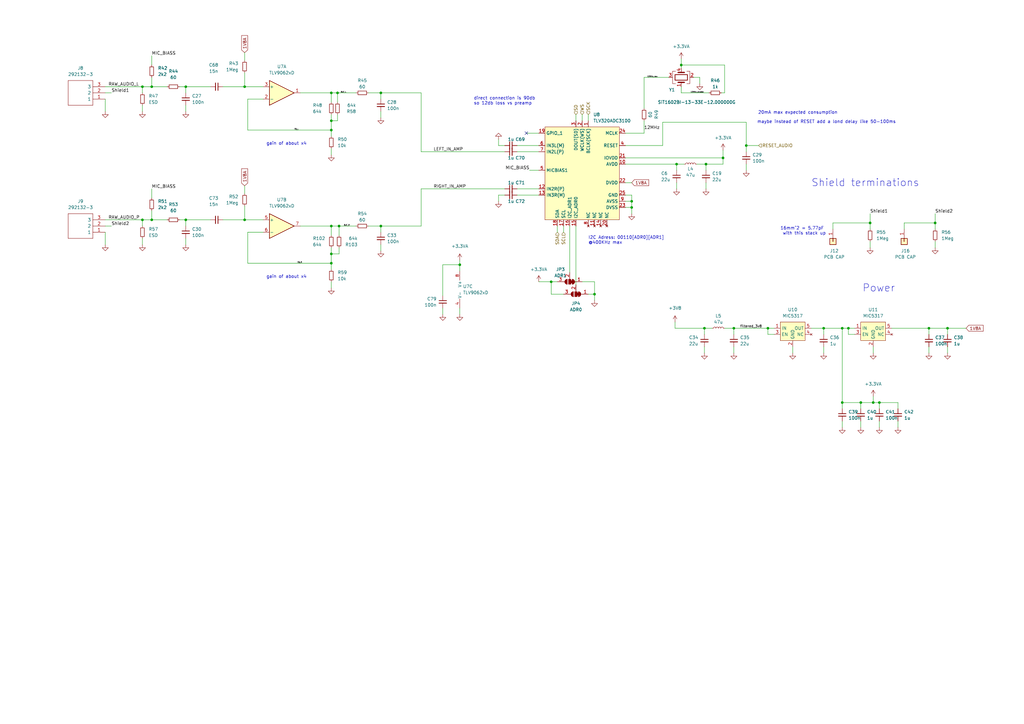
<source format=kicad_sch>
(kicad_sch (version 20211123) (generator eeschema)
  (paper "A3")
  (title_block (title "Bird Detection and Recognition System") (rev "V0.1"))
  (lib_symbols
    (symbol "Amplifier_Operational:TLV9062xD" (pin_names (offset 0.127))
      (property "Reference" "U" (at 2.54 6.35 0))
      (property "Value" "TLV9062xD" (at 2.54 3.81 0))
      (symbol "TLV9062xD_1_1"
        (polyline (pts (xy 5.08 0) (xy -5.08 5.08) (xy -5.08 -5.08) (xy 5.08 0)) (stroke (width 0.254)) (fill (type background)))
        (pin output line (at 7.62 0 180) (length 2.54) (name "~") (number "1"))
        (pin input line (at -7.62 -2.54 0) (length 2.54) (name "-") (number "2"))
        (pin input line (at -7.62 2.54 0) (length 2.54) (name "+") (number "3"))
      )
      (symbol "TLV9062xD_2_1"
        (polyline (pts (xy 5.08 0) (xy -5.08 5.08) (xy -5.08 -5.08) (xy 5.08 0)) (stroke (width 0.254)) (fill (type background)))
        (pin input line (at -7.62 2.54 0) (length 2.54) (name "+") (number "5"))
        (pin input line (at -7.62 -2.54 0) (length 2.54) (name "-") (number "6"))
        (pin output line (at 7.62 0 180) (length 2.54) (name "~") (number "7"))
      )
      (symbol "TLV9062xD_3_1"
        (pin power_in line (at 0 -7.62 90) (length 3.81) (name "V-") (number "4"))
        (pin power_in line (at 0 7.62 270) (length 3.81) (name "V+") (number "8"))
      )
    )
    (symbol "Connector_Generic:Conn_01x01" (pin_names (offset 1.016) hide)
      (property "Reference" "J" (at 0 2.54 0))
      (property "Value" "Conn_01x01" (at 0 -2.54 0))
      (symbol "Conn_01x01_1_1"
        (rectangle (start -1.27 0.127) (end 0 -0.127) (stroke (width 0.1524)))
        (rectangle (start -1.27 1.27) (end 1.27 -1.27) (stroke (width 0.254)) (fill (type background)))
        (pin passive line (at -5.08 0 0) (length 3.81) (name "Pin_1") (number "1"))
      )
    )
    (symbol "Device:C_Small" (pin_numbers hide) (pin_names (offset 0.254) hide)
      (property "Reference" "C" (at 0.254 1.778 0))
      (property "Value" "C_Small" (at 0.254 -2.032 0))
      (symbol "C_Small_0_1"
        (polyline (pts (xy -1.524 -0.508) (xy 1.524 -0.508)) (stroke (width 0.3302)))
        (polyline (pts (xy -1.524 0.508) (xy 1.524 0.508)) (stroke (width 0.3048)))
      )
      (symbol "C_Small_1_1"
        (pin passive line (at 0 2.54 270) (length 2.032) (name "~") (number "1"))
        (pin passive line (at 0 -2.54 90) (length 2.032) (name "~") (number "2"))
      )
    )
    (symbol "Device:Crystal_GND23" (pin_names (offset 1.016) hide)
      (property "Reference" "Y" (at 3.175 5.08 0))
      (property "Value" "Crystal_GND23" (at 3.175 3.175 0))
      (symbol "Crystal_GND23_0_1"
        (rectangle (start -1.143 2.54) (end 1.143 -2.54) (stroke (width 0.3048)))
        (polyline (pts (xy -2.54 0) (xy -2.032 0)))
        (polyline (pts (xy -2.032 -1.27) (xy -2.032 1.27)) (stroke (width 0.508)))
        (polyline (pts (xy 0 -3.81) (xy 0 -3.556)))
        (polyline (pts (xy 0 3.556) (xy 0 3.81)))
        (polyline (pts (xy 2.032 -1.27) (xy 2.032 1.27)) (stroke (width 0.508)))
        (polyline (pts (xy 2.032 0) (xy 2.54 0)))
        (polyline (pts (xy -2.54 -2.286) (xy -2.54 -3.556) (xy 2.54 -3.556) (xy 2.54 -2.286)))
        (polyline (pts (xy -2.54 2.286) (xy -2.54 3.556) (xy 2.54 3.556) (xy 2.54 2.286)))
      )
      (symbol "Crystal_GND23_1_1"
        (pin passive line (at -3.81 0 0) (length 1.27) (name "1") (number "1"))
        (pin passive line (at 0 5.08 270) (length 1.27) (name "2") (number "2"))
        (pin passive line (at 0 -5.08 90) (length 1.27) (name "3") (number "3"))
        (pin passive line (at 3.81 0 180) (length 1.27) (name "4") (number "4"))
      )
    )
    (symbol "Device:L_Small" (pin_numbers hide) (pin_names (offset 0.254) hide)
      (property "Reference" "L" (at 0.762 1.016 0))
      (property "Value" "L_Small" (at 0.762 -1.016 0))
      (symbol "L_Small_0_1"
        (arc (start 0 -2.032) (mid 0.508 -1.524) (end 0 -1.016))
        (arc (start 0 -1.016) (mid 0.508 -0.508) (end 0 0))
        (arc (start 0 0) (mid 0.508 0.508) (end 0 1.016))
        (arc (start 0 1.016) (mid 0.508 1.524) (end 0 2.032))
      )
      (symbol "L_Small_1_1"
        (pin passive line (at 0 2.54 270) (length 0.508) (name "~") (number "1"))
        (pin passive line (at 0 -2.54 90) (length 0.508) (name "~") (number "2"))
      )
    )
    (symbol "Device:R_Small" (pin_numbers hide) (pin_names (offset 0.254) hide)
      (property "Reference" "R" (at 0.762 0.508 0))
      (property "Value" "R_Small" (at 0.762 -1.016 0))
      (symbol "R_Small_0_1"
        (rectangle (start -0.762 1.778) (end 0.762 -1.778) (stroke (width 0.2032)))
      )
      (symbol "R_Small_1_1"
        (pin passive line (at 0 2.54 270) (length 0.762) (name "~") (number "1"))
        (pin passive line (at 0 -2.54 90) (length 0.762) (name "~") (number "2"))
      )
    )
    (symbol "Jumper:SolderJumper_3_Bridged12" (pin_names (offset 0) hide)
      (property "Reference" "JP" (at -2.54 -2.54 0))
      (property "Value" "SolderJumper_3_Bridged12" (at 0 2.794 0))
      (symbol "SolderJumper_3_Bridged12_0_1"
        (rectangle (start -1.016 0.508) (end -0.508 -0.508) (fill (type outline)))
        (arc (start -1.016 1.016) (mid -2.032 0) (end -1.016 -1.016))
        (arc (start -1.016 1.016) (mid -2.032 0) (end -1.016 -1.016) (fill (type outline)))
        (rectangle (start -0.508 1.016) (end 0.508 -1.016) (fill (type outline)))
        (polyline (pts (xy -2.54 0) (xy -2.032 0)))
        (polyline (pts (xy -1.016 1.016) (xy -1.016 -1.016)))
        (polyline (pts (xy 0 -1.27) (xy 0 -1.016)))
        (polyline (pts (xy 1.016 1.016) (xy 1.016 -1.016)))
        (polyline (pts (xy 2.54 0) (xy 2.032 0)))
        (arc (start 1.016 -1.016) (mid 2.032 0) (end 1.016 1.016))
        (arc (start 1.016 -1.016) (mid 2.032 0) (end 1.016 1.016) (fill (type outline)))
      )
      (symbol "SolderJumper_3_Bridged12_1_1"
        (pin passive line (at -5.08 0 0) (length 2.54) (name "A") (number "1"))
        (pin passive line (at 0 -3.81 90) (length 2.54) (name "C") (number "2"))
        (pin passive line (at 5.08 0 180) (length 2.54) (name "B") (number "3"))
      )
    )
    (symbol "My_custom_lib:MIC5317"
      (property "Reference" "U" (at 0 5.08 0))
      (property "Value" "MIC5317" (at 0 7.62 0))
      (symbol "MIC5317_0_1"
        (rectangle (start -5.08 2.54) (end 5.08 -5.08) (fill (type background)))
      )
      (symbol "MIC5317_1_1"
        (pin power_in line (at -7.62 0 0) (length 2.54) (name "IN") (number "1"))
        (pin power_in line (at 0 -7.62 90) (length 2.54) (name "GND") (number "2"))
        (pin input line (at -7.62 -2.54 0) (length 2.54) (name "EN") (number "3"))
        (pin no_connect line (at 7.62 -2.54 180) (length 2.54) (name "NC") (number "4"))
        (pin power_out line (at 7.62 0 180) (length 2.54) (name "OUT") (number "5"))
      )
    )
    (symbol "My_custom_lib:TLV320ADC3100"
      (property "Reference" "U" (at 15.24 17.78 0))
      (property "Value" "TLV320ADC3100" (at 15.24 17.78 0))
      (symbol "TLV320ADC3100_0_1"
        (rectangle (start -15.24 15.24) (end 15.24 -22.86) (fill (type background)))
      )
      (symbol "TLV320ADC3100_1_1"
        (pin bidirectional line (at 2.54 17.78 270) (length 2.54) (name "BCLK(SCK)") (number "1"))
        (pin power_in line (at 17.78 0 180) (length 2.54) (name "AVDD") (number "10"))
        (pin no_connect line (at 5.08 -25.4 90) (length 2.54) (name "NC") (number "11"))
        (pin input line (at -17.78 -10.16 0) (length 2.54) (name "IN2R(P)") (number "12"))
        (pin input line (at -17.78 -12.7 0) (length 2.54) (name "IN3R(M)") (number "13"))
        (pin no_connect line (at 7.62 -25.4 90) (length 2.54) (name "NC") (number "14"))
        (pin input line (at -2.54 -25.4 90) (length 2.54) (name "I2C_ADR0") (number "15"))
        (pin input line (at -5.08 -25.4 90) (length 2.54) (name "I2C_ADR1") (number "16"))
        (pin input line (at -7.62 -25.4 90) (length 2.54) (name "SCL") (number "17"))
        (pin bidirectional line (at -10.16 -25.4 90) (length 2.54) (name "SDA") (number "18"))
        (pin bidirectional line (at -17.78 12.7 0) (length 2.54) (name "GPIO_1") (number "19"))
        (pin output line (at 0 17.78 270) (length 2.54) (name "WCLK(WS)") (number "2"))
        (pin no_connect line (at 10.16 -25.4 90) (length 2.54) (name "NC") (number "20"))
        (pin power_in line (at 17.78 2.54 180) (length 2.54) (name "IOVDD") (number "21"))
        (pin power_in line (at 17.78 -7.62 180) (length 2.54) (name "DVDD") (number "22"))
        (pin power_in line (at 17.78 -17.78 180) (length 2.54) (name "DVSS") (number "23"))
        (pin input line (at 17.78 12.7 180) (length 2.54) (name "MCLK") (number "24"))
        (pin power_in line (at 17.78 -12.7 180) (length 2.54) (name "GND") (number "25"))
        (pin output line (at -2.54 17.78 270) (length 2.54) (name "DOUT(SD)") (number "3"))
        (pin input line (at 17.78 7.62 180) (length 2.54) (name "RESET") (number "4"))
        (pin power_out line (at -17.78 -2.54 0) (length 2.54) (name "MICBIAS1") (number "5"))
        (pin input line (at -17.78 7.62 0) (length 2.54) (name "IN3L(M)") (number "6"))
        (pin input line (at -17.78 5.08 0) (length 2.54) (name "IN2L(P)") (number "7"))
        (pin no_connect line (at 2.54 -25.4 90) (length 2.54) (name "NC") (number "8"))
        (pin power_in line (at 17.78 -15.24 180) (length 2.54) (name "AVSS") (number "9"))
      )
    )
    (symbol "SamacSys_Parts:292132-3" (pin_names (offset 0.762))
      (property "Reference" "J" (at 16.51 7.62 0))
      (property "Value" "292132-3" (at 16.51 5.08 0))
      (symbol "292132-3_0_0"
        (pin passive line (at 0 0 0) (length 5.08) (name "1") (number "1"))
        (pin passive line (at 0 -2.54 0) (length 5.08) (name "2") (number "2"))
        (pin passive line (at 0 -5.08 0) (length 5.08) (name "3") (number "3"))
      )
      (symbol "292132-3_0_1"
        (polyline (pts (xy 5.08 2.54) (xy 15.24 2.54) (xy 15.24 -7.62) (xy 5.08 -7.62) (xy 5.08 2.54)) (stroke (width 0.1524)))
      )
    )
    (symbol "power:+3.3VA" (power) (pin_names (offset 0))
      (property "Value" "+3.3VA" (at 0 3.556 0))
      (symbol "+3.3VA_0_1"
        (polyline (pts (xy -0.762 1.27) (xy 0 2.54)))
        (polyline (pts (xy 0 0) (xy 0 2.54)))
        (polyline (pts (xy 0 2.54) (xy 0.762 1.27)))
      )
      (symbol "+3.3VA_1_1"
        (pin power_in line (at 0 0 90) (length 0) hide (name "+3.3VA") (number "1"))
      )
    )
    (symbol "power:+3V8" (power) (pin_names (offset 0))
      (property "Value" "+3V8" (at 0 3.556 0))
      (symbol "+3V8_0_1"
        (polyline (pts (xy -0.762 1.27) (xy 0 2.54)))
        (polyline (pts (xy 0 0) (xy 0 2.54)))
        (polyline (pts (xy 0 2.54) (xy 0.762 1.27)))
      )
      (symbol "+3V8_1_1"
        (pin power_in line (at 0 0 90) (length 0) hide (name "+3V8") (number "1"))
      )
    )
    (symbol "power:GND" (power) (pin_names (offset 0))
      (property "Value" "GND" (at 0 -3.81 0))
      (symbol "GND_0_1"
        (polyline (pts (xy 0 0) (xy 0 -1.27) (xy 1.27 -1.27) (xy 0 -2.54) (xy -1.27 -1.27) (xy 0 -1.27)))
      )
      (symbol "GND_1_1"
        (pin power_in line (at 0 0 270) (length 0) hide (name "GND") (number "1"))
      )
    )
  )
  (junction (at 58.42 35.56))
  (junction (at 314.96 134.62))
  (junction (at 156.21 92.71))
  (junction (at 62.23 90.17))
  (junction (at 383.54 91.44))
  (junction (at 135.89 38.1))
  (junction (at 226.06 115.57))
  (junction (at 277.495 67.31))
  (junction (at 296.545 64.77))
  (junction (at 135.89 49.53))
  (junction (at 76.2 90.17))
  (junction (at 345.44 134.62))
  (junction (at 139.065 92.71))
  (junction (at 347.98 134.62))
  (junction (at 388.62 134.62))
  (junction (at 381 134.62))
  (junction (at 259.08 85.09))
  (junction (at 135.89 53.34))
  (junction (at 135.89 92.71))
  (junction (at 76.2 35.56))
  (junction (at 288.925 134.62))
  (junction (at 345.44 165.1))
  (junction (at 135.89 107.95))
  (junction (at 360.68 165.1))
  (junction (at 58.42 90.17))
  (junction (at 289.56 67.31))
  (junction (at 100.33 90.17))
  (junction (at 279.4 26.67))
  (junction (at 259.08 82.55))
  (junction (at 337.82 134.62))
  (junction (at 62.23 35.56))
  (junction (at 300.99 134.62))
  (junction (at 306.07 59.69))
  (junction (at 353.06 165.1))
  (junction (at 156.21 38.1))
  (junction (at 358.14 165.1))
  (junction (at 135.89 104.14))
  (junction (at 138.43 38.1))
  (junction (at 243.84 120.65))
  (junction (at 100.33 35.56))
  (junction (at 188.595 108.585))
  (junction (at 356.87 91.44))
  (no_connect (at 215.9 54.61))
  (wire (pts (xy 91.44 90.17) (xy 100.33 90.17)))
  (wire (pts (xy 139.065 96.52) (xy 139.065 92.71)))
  (wire (pts (xy 358.14 162.56) (xy 358.14 165.1)))
  (wire (pts (xy 243.84 115.57) (xy 243.84 120.65)))
  (wire (pts (xy 289.56 67.31) (xy 289.56 69.85)))
  (wire (pts (xy 276.86 134.62) (xy 276.86 132.08)))
  (wire (pts (xy 43.18 95.25) (xy 43.18 100.33)))
  (wire (pts (xy 100.33 79.375) (xy 100.33 76.2)))
  (wire (pts (xy 212.09 80.01) (xy 220.98 80.01)))
  (wire (pts (xy 226.06 115.57) (xy 220.98 115.57)))
  (wire (pts (xy 135.89 53.34) (xy 101.6 53.34)))
  (wire (pts (xy 353.06 167.64) (xy 353.06 165.1)))
  (wire (pts (xy 353.06 165.1) (xy 345.44 165.1)))
  (wire (pts (xy 296.545 67.31) (xy 296.545 64.77)))
  (wire (pts (xy 156.21 38.1) (xy 156.21 40.64)))
  (wire (pts (xy 43.18 38.1) (xy 45.72 38.1)))
  (wire (pts (xy 332.74 134.62) (xy 337.82 134.62)))
  (wire (pts (xy 100.33 35.56) (xy 107.95 35.56)))
  (wire (pts (xy 138.43 38.1) (xy 146.05 38.1)))
  (wire (pts (xy 306.07 67.31) (xy 306.07 69.85)))
  (wire (pts (xy 233.68 92.71) (xy 233.68 111.76)))
  (wire (pts (xy 337.82 134.62) (xy 345.44 134.62)))
  (wire (pts (xy 43.18 35.56) (xy 58.42 35.56)))
  (wire (pts (xy 279.4 26.67) (xy 279.4 27.94)))
  (wire (pts (xy 243.84 120.65) (xy 243.84 123.19)))
  (wire (pts (xy 383.54 99.06) (xy 383.54 101.6)))
  (wire (pts (xy 204.47 80.01) (xy 207.01 80.01)))
  (wire (pts (xy 259.08 85.09) (xy 259.08 87.63)))
  (wire (pts (xy 277.495 67.31) (xy 277.495 69.85)))
  (wire (pts (xy 156.21 45.72) (xy 156.21 48.26)))
  (wire (pts (xy 347.98 134.62) (xy 350.52 134.62)))
  (wire (pts (xy 256.54 85.09) (xy 259.08 85.09)))
  (wire (pts (xy 297.18 38.1) (xy 295.91 38.1)))
  (wire (pts (xy 101.6 53.34) (xy 101.6 40.64)))
  (wire (pts (xy 188.595 126.365) (xy 188.595 128.905)))
  (wire (pts (xy 345.44 165.1) (xy 345.44 167.64)))
  (wire (pts (xy 290.83 38.1) (xy 279.4 38.1)))
  (wire (pts (xy 383.54 87.63) (xy 383.54 91.44)))
  (wire (pts (xy 58.42 97.79) (xy 58.42 100.33)))
  (wire (pts (xy 204.47 59.69) (xy 204.47 57.15)))
  (wire (pts (xy 306.07 59.69) (xy 306.07 62.23)))
  (wire (pts (xy 347.98 134.62) (xy 347.98 137.16)))
  (wire (pts (xy 271.78 59.69) (xy 271.78 50.165)))
  (wire (pts (xy 172.72 92.71) (xy 172.72 77.47)))
  (wire (pts (xy 226.06 120.65) (xy 231.14 120.65)))
  (wire (pts (xy 300.99 142.24) (xy 300.99 144.78)))
  (wire (pts (xy 365.76 134.62) (xy 381 134.62)))
  (wire (pts (xy 123.19 92.71) (xy 135.89 92.71)))
  (wire (pts (xy 264.16 31.75) (xy 274.32 31.75)))
  (wire (pts (xy 300.99 134.62) (xy 314.96 134.62)))
  (wire (pts (xy 62.23 90.17) (xy 68.58 90.17)))
  (wire (pts (xy 360.68 172.72) (xy 360.68 175.26)))
  (wire (pts (xy 300.99 134.62) (xy 297.18 134.62)))
  (wire (pts (xy 215.9 54.61) (xy 220.98 54.61)))
  (wire (pts (xy 188.595 106.68) (xy 188.595 108.585)))
  (wire (pts (xy 356.87 99.06) (xy 356.87 101.6)))
  (wire (pts (xy 347.98 137.16) (xy 350.52 137.16)))
  (wire (pts (xy 100.33 24.765) (xy 100.33 21.59)))
  (wire (pts (xy 62.23 22.86) (xy 62.23 26.67)))
  (wire (pts (xy 277.495 74.93) (xy 277.495 77.47)))
  (wire (pts (xy 204.47 80.01) (xy 204.47 82.55)))
  (wire (pts (xy 135.89 38.1) (xy 138.43 38.1)))
  (wire (pts (xy 296.545 61.595) (xy 296.545 64.77)))
  (wire (pts (xy 241.3 120.65) (xy 243.84 120.65)))
  (wire (pts (xy 43.18 92.71) (xy 45.72 92.71)))
  (wire (pts (xy 204.47 59.69) (xy 207.01 59.69)))
  (wire (pts (xy 100.33 29.845) (xy 100.33 35.56)))
  (wire (pts (xy 135.89 115.57) (xy 135.89 118.11)))
  (wire (pts (xy 62.23 31.75) (xy 62.23 35.56)))
  (wire (pts (xy 356.87 87.63) (xy 356.87 91.44)))
  (wire (pts (xy 172.72 77.47) (xy 207.01 77.47)))
  (wire (pts (xy 135.89 60.96) (xy 135.89 63.5)))
  (wire (pts (xy 256.54 54.61) (xy 264.16 54.61)))
  (wire (pts (xy 337.82 134.62) (xy 337.82 137.16)))
  (wire (pts (xy 356.87 91.44) (xy 356.87 93.98)))
  (wire (pts (xy 135.89 104.14) (xy 139.065 104.14)))
  (wire (pts (xy 353.06 165.1) (xy 358.14 165.1)))
  (wire (pts (xy 317.5 134.62) (xy 314.96 134.62)))
  (wire (pts (xy 345.44 172.72) (xy 345.44 175.26)))
  (wire (pts (xy 43.18 40.64) (xy 43.18 45.72)))
  (wire (pts (xy 271.78 50.165) (xy 306.07 50.165)))
  (wire (pts (xy 156.21 92.71) (xy 172.72 92.71)))
  (wire (pts (xy 396.24 134.62) (xy 388.62 134.62)))
  (wire (pts (xy 226.06 115.57) (xy 228.6 115.57)))
  (wire (pts (xy 256.54 59.69) (xy 271.78 59.69)))
  (wire (pts (xy 135.89 46.99) (xy 135.89 49.53)))
  (wire (pts (xy 353.06 172.72) (xy 353.06 175.26)))
  (wire (pts (xy 76.2 90.17) (xy 76.2 92.71)))
  (wire (pts (xy 360.68 165.1) (xy 368.3 165.1)))
  (wire (pts (xy 284.48 31.75) (xy 287.02 31.75)))
  (wire (pts (xy 368.3 167.64) (xy 368.3 165.1)))
  (wire (pts (xy 73.66 90.17) (xy 76.2 90.17)))
  (wire (pts (xy 238.76 46.99) (xy 238.76 49.53)))
  (wire (pts (xy 58.42 38.1) (xy 58.42 35.56)))
  (wire (pts (xy 181.61 126.365) (xy 181.61 128.905)))
  (wire (pts (xy 289.56 67.31) (xy 296.545 67.31)))
  (wire (pts (xy 341.63 91.44) (xy 356.87 91.44)))
  (wire (pts (xy 73.66 35.56) (xy 76.2 35.56)))
  (wire (pts (xy 139.065 104.14) (xy 139.065 101.6)))
  (wire (pts (xy 236.22 46.99) (xy 236.22 49.53)))
  (wire (pts (xy 256.54 80.01) (xy 259.08 80.01)))
  (wire (pts (xy 256.54 74.93) (xy 259.08 74.93)))
  (wire (pts (xy 58.42 92.71) (xy 58.42 90.17)))
  (wire (pts (xy 91.44 35.56) (xy 100.33 35.56)))
  (wire (pts (xy 300.99 134.62) (xy 300.99 137.16)))
  (wire (pts (xy 314.96 137.16) (xy 317.5 137.16)))
  (wire (pts (xy 58.42 90.17) (xy 62.23 90.17)))
  (wire (pts (xy 256.54 82.55) (xy 259.08 82.55)))
  (wire (pts (xy 135.89 107.95) (xy 135.89 110.49)))
  (wire (pts (xy 207.01 62.23) (xy 172.72 62.23)))
  (wire (pts (xy 100.33 90.17) (xy 107.95 90.17)))
  (wire (pts (xy 259.08 80.01) (xy 259.08 82.55)))
  (wire (pts (xy 256.54 64.77) (xy 296.545 64.77)))
  (wire (pts (xy 135.89 101.6) (xy 135.89 104.14)))
  (wire (pts (xy 217.17 69.85) (xy 220.98 69.85)))
  (wire (pts (xy 62.23 35.56) (xy 68.58 35.56)))
  (wire (pts (xy 279.4 35.56) (xy 279.4 38.1)))
  (wire (pts (xy 181.61 121.285) (xy 181.61 108.585)))
  (wire (pts (xy 135.89 38.1) (xy 135.89 41.91)))
  (wire (pts (xy 383.54 91.44) (xy 383.54 93.98)))
  (wire (pts (xy 101.6 40.64) (xy 107.95 40.64)))
  (wire (pts (xy 101.6 95.25) (xy 107.95 95.25)))
  (wire (pts (xy 228.6 92.71) (xy 228.6 95.25)))
  (wire (pts (xy 135.89 53.34) (xy 135.89 55.88)))
  (wire (pts (xy 62.23 86.36) (xy 62.23 90.17)))
  (wire (pts (xy 337.82 142.24) (xy 337.82 144.78)))
  (wire (pts (xy 236.22 92.71) (xy 236.22 116.84)))
  (wire (pts (xy 314.96 134.62) (xy 314.96 137.16)))
  (wire (pts (xy 287.02 31.75) (xy 287.02 34.29)))
  (wire (pts (xy 138.43 41.91) (xy 138.43 38.1)))
  (wire (pts (xy 238.76 115.57) (xy 243.84 115.57)))
  (wire (pts (xy 259.08 82.55) (xy 259.08 85.09)))
  (wire (pts (xy 212.09 77.47) (xy 220.98 77.47)))
  (wire (pts (xy 345.44 134.62) (xy 347.98 134.62)))
  (wire (pts (xy 279.4 24.13) (xy 279.4 26.67)))
  (wire (pts (xy 381 142.24) (xy 381 144.78)))
  (wire (pts (xy 100.33 84.455) (xy 100.33 90.17)))
  (wire (pts (xy 212.09 62.23) (xy 220.98 62.23)))
  (wire (pts (xy 62.23 77.47) (xy 62.23 81.28)))
  (wire (pts (xy 360.68 165.1) (xy 360.68 167.64)))
  (wire (pts (xy 101.6 107.95) (xy 101.6 95.25)))
  (wire (pts (xy 76.2 90.17) (xy 86.36 90.17)))
  (wire (pts (xy 172.72 38.1) (xy 156.21 38.1)))
  (wire (pts (xy 276.86 134.62) (xy 288.925 134.62)))
  (wire (pts (xy 370.84 91.44) (xy 383.54 91.44)))
  (wire (pts (xy 388.62 134.62) (xy 388.62 137.16)))
  (wire (pts (xy 289.56 74.93) (xy 289.56 77.47)))
  (wire (pts (xy 358.14 165.1) (xy 360.68 165.1)))
  (wire (pts (xy 306.07 59.69) (xy 311.15 59.69)))
  (wire (pts (xy 135.89 49.53) (xy 138.43 49.53)))
  (wire (pts (xy 256.54 67.31) (xy 277.495 67.31)))
  (wire (pts (xy 135.89 104.14) (xy 135.89 107.95)))
  (wire (pts (xy 135.89 49.53) (xy 135.89 53.34)))
  (wire (pts (xy 76.2 35.56) (xy 76.2 38.1)))
  (wire (pts (xy 388.62 142.24) (xy 388.62 144.78)))
  (wire (pts (xy 151.13 38.1) (xy 156.21 38.1)))
  (wire (pts (xy 264.16 31.75) (xy 264.16 44.45)))
  (wire (pts (xy 279.4 26.67) (xy 297.18 26.67)))
  (wire (pts (xy 288.925 142.24) (xy 288.925 144.78)))
  (wire (pts (xy 226.06 120.65) (xy 226.06 115.57)))
  (wire (pts (xy 288.925 134.62) (xy 288.925 137.16)))
  (wire (pts (xy 58.42 43.18) (xy 58.42 45.72)))
  (wire (pts (xy 297.18 26.67) (xy 297.18 38.1)))
  (wire (pts (xy 135.89 92.71) (xy 139.065 92.71)))
  (wire (pts (xy 43.18 90.17) (xy 58.42 90.17)))
  (wire (pts (xy 188.595 108.585) (xy 188.595 111.125)))
  (wire (pts (xy 368.3 172.72) (xy 368.3 175.26)))
  (wire (pts (xy 370.84 93.98) (xy 370.84 91.44)))
  (wire (pts (xy 135.89 107.95) (xy 101.6 107.95)))
  (wire (pts (xy 76.2 35.56) (xy 86.36 35.56)))
  (wire (pts (xy 285.75 67.31) (xy 289.56 67.31)))
  (wire (pts (xy 212.09 59.69) (xy 220.98 59.69)))
  (wire (pts (xy 58.42 35.56) (xy 62.23 35.56)))
  (wire (pts (xy 181.61 108.585) (xy 188.595 108.585)))
  (wire (pts (xy 76.2 43.18) (xy 76.2 45.72)))
  (wire (pts (xy 325.12 142.24) (xy 325.12 144.78)))
  (wire (pts (xy 156.21 92.71) (xy 156.21 95.25)))
  (wire (pts (xy 241.3 46.99) (xy 241.3 49.53)))
  (wire (pts (xy 306.07 50.165) (xy 306.07 59.69)))
  (wire (pts (xy 123.19 38.1) (xy 135.89 38.1)))
  (wire (pts (xy 139.065 92.71) (xy 146.05 92.71)))
  (wire (pts (xy 76.2 97.79) (xy 76.2 100.33)))
  (wire (pts (xy 277.495 67.31) (xy 280.67 67.31)))
  (wire (pts (xy 135.89 92.71) (xy 135.89 96.52)))
  (wire (pts (xy 292.1 134.62) (xy 288.925 134.62)))
  (wire (pts (xy 358.14 142.24) (xy 358.14 144.78)))
  (wire (pts (xy 156.21 100.33) (xy 156.21 102.87)))
  (wire (pts (xy 381 137.16) (xy 381 134.62)))
  (wire (pts (xy 264.16 49.53) (xy 264.16 54.61)))
  (wire (pts (xy 341.63 93.98) (xy 341.63 91.44)))
  (wire (pts (xy 172.72 62.23) (xy 172.72 38.1)))
  (wire (pts (xy 381 134.62) (xy 388.62 134.62)))
  (wire (pts (xy 345.44 134.62) (xy 345.44 165.1)))
  (wire (pts (xy 138.43 49.53) (xy 138.43 46.99)))
  (wire (pts (xy 231.14 92.71) (xy 231.14 95.25)))
  (wire (pts (xy 151.13 92.71) (xy 156.21 92.71)))
  (text "16mm^2 = 5.77pF\n with this stack up" (at 320.04 96.52 0) (effects (font (size 1.27 1.27)) (justify left bottom)))
  (text "Shield terminations" (at 332.74 76.835 0) (effects (font (size 3 3)) (justify left bottom)))
  (text "20mA max expected consumption" (at 343.535 46.99 180) (effects (font (size 1.27 1.27)) (justify right bottom)))
  (text "Power" (at 353.695 120.015 0) (effects (font (size 3 3)) (justify left bottom)))
  (text "gain of about x4" (at 109.22 59.69 0) (effects (font (size 1.27 1.27)) (justify left bottom)))
  (text "I2C Adress: 00110[ADR0][ADR1]\n@400KHz max" (at 241.3 100.33 0) (effects (font (size 1.27 1.27)) (justify left bottom)))
  (text "gain of about x4" (at 109.22 114.3 0) (effects (font (size 1.27 1.27)) (justify left bottom)))
  (text "maybe instead of RESET add a lond delay like 50-100ms" (at 310.515 50.8 0) (effects (font (size 1.27 1.27)) (justify left bottom)))
  (text "direct connection is 90db\nso 12db loss vs preamp" (at 194.31 43.18 0) (effects (font (size 1.27 1.27)) (justify left bottom)))
  (label "filtered_3v8" (at 303.53 134.62 0) (effects (font (size 1 1))))
  (label "Shield1" (at 356.87 87.63 0))
  (label "FB_R" (at 121.92 107.95 0) (effects (font (size 0.5 0.5))))
  (label "RIGHT_IN_AMP" (at 177.8 77.47 0))
  (label "12MHz_raw" (at 265.43 31.75 0) (effects (font (size 0.5 0.5))))
  (label "RAW_AUDIO_P" (at 44.45 90.17 0))
  (label "MIC_BIASS" (at 62.23 22.86 0))
  (label "Shield1" (at 45.72 38.1 0))
  (label "RAW_AUDIO_L" (at 44.45 35.56 0))
  (label "FB_L" (at 120.65 53.34 0) (effects (font (size 0.5 0.5))))
  (label "Shield2" (at 383.54 87.63 0))
  (label "OUT_R" (at 140.97 92.71 0) (effects (font (size 0.5 0.5))))
  (label "LEFT_IN_AMP" (at 177.8 62.23 0))
  (label "OUT_L" (at 139.7 38.1 0) (effects (font (size 0.5 0.5))))
  (label "12MHz_enable" (at 283.21 38.1 0) (effects (font (size 0.5 0.5))))
  (label "12MHz" (at 264.16 53.34 0))
  (label "MIC_BIASS" (at 217.17 69.85 180))
  (label "MIC_BIASS" (at 62.23 77.47 0))
  (label "Shield2" (at 45.72 92.71 0))
  (global_label "1V8A" (shape input) (at 100.33 76.2 90) (property "Intersheet References" "${INTERSHEET_REFS}" (effects hide)))
  (global_label "1V8A" (shape input) (at 259.08 74.93 0) (property "Intersheet References" "${INTERSHEET_REFS}" (effects hide)))
  (global_label "1V8A" (shape input) (at 396.24 134.62 0) (property "Intersheet References" "${INTERSHEET_REFS}" (effects hide)))
  (global_label "1V8A" (shape input) (at 100.33 21.59 90) (property "Intersheet References" "${INTERSHEET_REFS}" (effects hide)))
  (hierarchical_label "SDA" (shape input) (at 228.6 95.25 270))
  (hierarchical_label "RESET_AUDIO" (shape input) (at 311.15 59.69 0))
  (hierarchical_label "SCL" (shape input) (at 231.14 95.25 270))
  (hierarchical_label "SCK" (shape input) (at 241.3 46.99 90))
  (hierarchical_label "WS" (shape input) (at 238.76 46.99 90))
  (hierarchical_label "SD" (shape input) (at 236.22 46.99 90))
  (symbol (lib_id "power:GND") (at 243.84 123.19 0) (mirror y) (unit 1)
    (property "Reference" "#PWR0111" (effects hide))
    (property "Value" "GND" (effects hide))
  )
  (symbol (lib_id "Device:L_Small") (at 294.64 134.62 90) (unit 1)
    (property "Reference" "L5" (at 294.64 129.54 90))
    (property "Value" "47u" (at 294.64 132.08 90))
    (property "Footprint" "Inductor_SMD:L_0603_1608Metric" (effects hide))
  )
  (symbol (lib_id "Device:R_Small") (at 135.89 113.03 180) (unit 1)
    (property "Reference" "R59" (at 138.43 111.7599 0) (effects (justify right)))
    (property "Value" "10k" (at 138.43 114.2999 0) (effects (justify right)))
    (property "Footprint" "Resistor_SMD:R_0603_1608Metric_Pad0.98x0.95mm_HandSolder" (effects hide))
  )
  (symbol (lib_id "Device:R_Small") (at 148.59 92.71 90) (unit 1)
    (property "Reference" "R54" (at 148.59 87.63 90))
    (property "Value" "60" (at 148.59 90.17 90))
    (property "Footprint" "Resistor_SMD:R_0603_1608Metric_Pad0.98x0.95mm_HandSolder" (effects hide))
  )
  (symbol (lib_id "power:GND") (at 43.18 45.72 0) (unit 1)
    (property "Reference" "#PWR088" (effects hide))
    (property "Value" "GND" (effects hide))
  )
  (symbol (lib_id "power:GND") (at 43.18 100.33 0) (unit 1)
    (property "Reference" "#PWR0100" (effects hide))
    (property "Value" "GND" (effects hide))
  )
  (symbol (lib_id "power:GND") (at 76.2 100.33 0) (unit 1)
    (property "Reference" "#PWR0102" (effects hide))
    (property "Value" "GND" (effects hide))
  )
  (symbol (lib_id "power:+3.3VA") (at 296.545 61.595 0) (unit 1)
    (property "Reference" "#PWR095" (effects hide))
    (property "Value" "+3.3VA" (at 296.545 56.515 0))
  )
  (symbol (lib_id "Device:R_Small") (at 293.37 38.1 90) (unit 1)
    (property "Reference" "R46" (at 293.37 33.02 90))
    (property "Value" "1k" (at 293.37 35.56 90))
    (property "Footprint" "Resistor_SMD:R_0603_1608Metric_Pad0.98x0.95mm_HandSolder" (effects hide))
  )
  (symbol (lib_id "power:GND") (at 156.21 48.26 0) (unit 1)
    (property "Reference" "#PWR092" (effects hide))
    (property "Value" "GND" (effects hide))
  )
  (symbol (lib_id "Device:R_Small") (at 58.42 40.64 0) (unit 1)
    (property "Reference" "R47" (at 60.96 39.3699 0) (effects (justify left)))
    (property "Value" "ESD" (at 60.96 41.9099 0) (effects (justify left)))
    (property "Footprint" "Resistor_SMD:R_0603_1608Metric_Pad0.98x0.95mm_HandSolder" (effects hide))
  )
  (symbol (lib_id "Device:R_Small") (at 383.54 96.52 0) (unit 1)
    (property "Reference" "R56" (at 386.08 95.2499 0) (effects (justify left)))
    (property "Value" "1Meg" (at 386.08 97.7899 0) (effects (justify left)))
    (property "Footprint" "Resistor_SMD:R_0603_1608Metric_Pad0.98x0.95mm_HandSolder" (effects hide))
  )
  (symbol (lib_id "power:GND") (at 300.99 144.78 0) (unit 1)
    (property "Reference" "#PWR0114" (effects hide))
    (property "Value" "GND" (effects hide))
  )
  (symbol (lib_id "power:GND") (at 356.87 101.6 0) (unit 1)
    (property "Reference" "#PWR0104" (effects hide))
    (property "Value" "GND" (effects hide))
  )
  (symbol (lib_id "power:GND") (at 388.62 144.78 0) (unit 1)
    (property "Reference" "#PWR0119" (effects hide))
    (property "Value" "GND" (effects hide))
  )
  (symbol (lib_id "Device:Crystal_GND23") (at 279.4 31.75 270) (mirror x) (unit 1)
    (property "Reference" "Y1" (at 275.59 36.83 90))
    (property "Value" "SiT1602BI-13-33E-12.000000G" (at 285.75 41.91 90))
    (property "Footprint" "Crystal:Crystal_SMD_2520-4Pin_2.5x2.0mm" (effects hide))
  )
  (symbol (lib_id "My_custom_lib:MIC5317") (at 325.12 134.62 0) (unit 1)
    (property "Reference" "U10" (at 325.12 127 0))
    (property "Value" "MIC5317" (at 325.12 129.54 0))
    (property "Footprint" "Package_TO_SOT_SMD:SOT-23-5_HandSoldering" (effects hide))
  )
  (symbol (lib_id "power:GND") (at 381 144.78 0) (unit 1)
    (property "Reference" "#PWR0118" (effects hide))
    (property "Value" "GND" (effects hide))
  )
  (symbol (lib_id "Device:C_Small") (at 156.21 43.18 0) (unit 1)
    (property "Reference" "C28" (at 158.75 41.9162 0) (effects (justify left)))
    (property "Value" "100n" (at 158.75 44.4562 0) (effects (justify left)))
    (property "Footprint" "Capacitor_SMD:C_0603_1608Metric_Pad1.08x0.95mm_HandSolder" (effects hide))
  )
  (symbol (lib_id "Device:C_Small") (at 345.44 170.18 0) (unit 1)
    (property "Reference" "C39" (at 347.98 168.9162 0) (effects (justify left)))
    (property "Value" "100n" (at 347.98 171.4562 0) (effects (justify left)))
    (property "Footprint" "Capacitor_SMD:C_0603_1608Metric_Pad1.08x0.95mm_HandSolder" (effects hide))
  )
  (symbol (lib_id "Device:R_Small") (at 148.59 38.1 90) (unit 1)
    (property "Reference" "R45" (at 148.59 33.02 90))
    (property "Value" "60" (at 148.59 35.56 90))
    (property "Footprint" "Resistor_SMD:R_0603_1608Metric_Pad0.98x0.95mm_HandSolder" (effects hide))
  )
  (symbol (lib_id "power:+3.3VA") (at 358.14 162.56 0) (unit 1)
    (property "Reference" "#PWR0120" (effects hide))
    (property "Value" "+3.3VA" (at 358.14 157.48 0))
  )
  (symbol (lib_id "Device:R_Small") (at 139.065 99.06 0) (unit 1)
    (property "Reference" "R103" (at 146.685 100.33 0) (effects (justify right)))
    (property "Value" "64k" (at 146.685 97.79 0) (effects (justify right)))
    (property "Footprint" "Resistor_SMD:R_0603_1608Metric_Pad0.98x0.95mm_HandSolder" (effects hide))
  )
  (symbol (lib_id "Device:C_Small") (at 88.9 90.17 270) (mirror x) (unit 1)
    (property "Reference" "C73" (at 87.63 81.28 90))
    (property "Value" "15n" (at 87.63 83.82 90))
    (property "Footprint" "Capacitor_SMD:C_0603_1608Metric_Pad1.08x0.95mm_HandSolder" (effects hide))
  )
  (symbol (lib_id "power:GND") (at 360.68 175.26 0) (unit 1)
    (property "Reference" "#PWR0123" (effects hide))
    (property "Value" "GND" (effects hide))
  )
  (symbol (lib_id "Device:C_Small") (at 209.55 80.01 270) (unit 1)
    (property "Reference" "C72" (at 213.36 82.55 90))
    (property "Value" "1u" (at 209.55 82.55 90))
    (property "Footprint" "Capacitor_SMD:C_0603_1608Metric_Pad1.08x0.95mm_HandSolder" (effects hide))
  )
  (symbol (lib_id "Device:C_Small") (at 289.56 72.39 0) (unit 1)
    (property "Reference" "C19" (at 292.1 71.1262 0) (effects (justify left)))
    (property "Value" "22u" (at 292.1 73.6662 0) (effects (justify left)))
    (property "Footprint" "Capacitor_SMD:C_0805_2012Metric_Pad1.18x1.45mm_HandSolder" (effects hide))
  )
  (symbol (lib_id "Device:R_Small") (at 138.43 44.45 0) (unit 1)
    (property "Reference" "R58" (at 146.05 45.72 0) (effects (justify right)))
    (property "Value" "64k" (at 146.05 43.18 0) (effects (justify right)))
    (property "Footprint" "Resistor_SMD:R_0603_1608Metric_Pad0.98x0.95mm_HandSolder" (effects hide))
  )
  (symbol (lib_id "power:+3.3VA") (at 279.4 24.13 0) (unit 1)
    (property "Reference" "#PWR085" (effects hide))
    (property "Value" "+3.3VA" (at 279.4 19.05 0))
  )
  (symbol (lib_id "Amplifier_Operational:TLV9062xD") (at 188.595 118.745 0) (unit 3)
    (property "Reference" "U7" (at 189.865 117.4749 0) (effects (justify left)))
    (property "Value" "TLV9062xD" (at 189.865 120.0149 0) (effects (justify left)))
    (property "Footprint" "Package_SO:SOIC-8_3.9x4.9mm_P1.27mm" (effects hide))
    (property "Datasheet" "https://www.ti.com/lit/ds/symlink/tlv9062.pdf" (effects hide))
  )
  (symbol (lib_id "Device:R_Small") (at 135.89 58.42 180) (unit 1)
    (property "Reference" "R50" (at 138.43 57.1499 0) (effects (justify right)))
    (property "Value" "10k" (at 138.43 59.6899 0) (effects (justify right)))
    (property "Footprint" "Resistor_SMD:R_0603_1608Metric_Pad0.98x0.95mm_HandSolder" (effects hide))
  )
  (symbol (lib_id "Device:R_Small") (at 264.16 46.99 0) (unit 1)
    (property "Reference" "R49" (at 269.24 46.99 90))
    (property "Value" "60" (at 266.7 46.99 90))
    (property "Footprint" "Resistor_SMD:R_0603_1608Metric_Pad0.98x0.95mm_HandSolder" (effects hide))
  )
  (symbol (lib_id "power:GND") (at 204.47 82.55 0) (unit 1)
    (property "Reference" "#PWR098" (effects hide))
    (property "Value" "GND" (effects hide))
  )
  (symbol (lib_id "power:GND") (at 337.82 144.78 0) (unit 1)
    (property "Reference" "#PWR0116" (effects hide))
    (property "Value" "GND" (effects hide))
  )
  (symbol (lib_id "Device:C_Small") (at 300.99 139.7 0) (unit 1)
    (property "Reference" "C35" (at 303.53 138.4362 0) (effects (justify left)))
    (property "Value" "22u" (at 303.53 140.9762 0) (effects (justify left)))
    (property "Footprint" "Capacitor_SMD:C_0805_2012Metric_Pad1.18x1.45mm_HandSolder" (effects hide))
  )
  (symbol (lib_id "Device:R_Small") (at 356.87 96.52 0) (unit 1)
    (property "Reference" "R55" (at 359.41 95.2499 0) (effects (justify left)))
    (property "Value" "1Meg" (at 359.41 97.7899 0) (effects (justify left)))
    (property "Footprint" "Resistor_SMD:R_0603_1608Metric_Pad0.98x0.95mm_HandSolder" (effects hide))
  )
  (symbol (lib_id "power:GND") (at 259.08 87.63 0) (unit 1)
    (property "Reference" "#PWR099" (effects hide))
    (property "Value" "GND" (effects hide))
  )
  (symbol (lib_id "Device:C_Small") (at 209.55 77.47 90) (unit 1)
    (property "Reference" "C71" (at 213.36 74.93 90))
    (property "Value" "1u" (at 209.55 74.93 90))
    (property "Footprint" "Capacitor_SMD:C_0603_1608Metric_Pad1.08x0.95mm_HandSolder" (effects hide))
  )
  (symbol (lib_id "My_custom_lib:TLV320ADC3100") (at 238.76 67.31 0) (unit 1)
    (property "Reference" "U8" (at 243.3194 46.99 0) (effects (justify left)))
    (property "Value" "TLV320ADC3100" (at 243.3194 49.53 0) (effects (justify left)))
    (property "Footprint" "Package_DFN_QFN:VQFN-24-1EP_4x4mm_P0.5mm_EP2.45x2.45mm_ThermalVias" (effects hide))
  )
  (symbol (lib_id "power:+3V8") (at 276.86 132.08 0) (unit 1)
    (property "Reference" "#PWR0112" (effects hide))
    (property "Value" "+3V8" (at 276.86 126.365 0))
  )
  (symbol (lib_id "Device:R_Small") (at 58.42 95.25 0) (unit 1)
    (property "Reference" "R57" (at 60.96 93.9799 0) (effects (justify left)))
    (property "Value" "ESD" (at 60.96 96.5199 0) (effects (justify left)))
    (property "Footprint" "Resistor_SMD:R_0603_1608Metric_Pad0.98x0.95mm_HandSolder" (effects hide))
  )
  (symbol (lib_id "Device:C_Small") (at 277.495 72.39 0) (unit 1)
    (property "Reference" "C6" (at 271.145 71.12 0) (effects (justify left)))
    (property "Value" "22u" (at 271.145 73.66 0) (effects (justify left)))
    (property "Footprint" "Capacitor_SMD:C_0805_2012Metric_Pad1.18x1.45mm_HandSolder" (effects hide))
  )
  (symbol (lib_id "power:GND") (at 368.3 175.26 0) (unit 1)
    (property "Reference" "#PWR0124" (effects hide))
    (property "Value" "GND" (effects hide))
  )
  (symbol (lib_id "Device:C_Small") (at 156.21 97.79 0) (unit 1)
    (property "Reference" "C33" (at 158.75 96.5262 0) (effects (justify left)))
    (property "Value" "100n" (at 158.75 99.0662 0) (effects (justify left)))
    (property "Footprint" "Capacitor_SMD:C_0603_1608Metric_Pad1.08x0.95mm_HandSolder" (effects hide))
  )
  (symbol (lib_id "Device:L_Small") (at 283.21 67.31 90) (unit 1)
    (property "Reference" "L4" (at 283.21 69.215 90))
    (property "Value" "47u" (at 283.21 71.755 90))
    (property "Footprint" "Inductor_SMD:L_0603_1608Metric" (effects hide))
  )
  (symbol (lib_id "Amplifier_Operational:TLV9062xD") (at 115.57 92.71 0) (unit 2)
    (property "Reference" "U7" (at 115.57 81.915 0))
    (property "Value" "TLV9062xD" (at 115.57 84.455 0))
    (property "Footprint" "Package_SO:SOIC-8_3.9x4.9mm_P1.27mm" (effects hide))
    (property "Datasheet" "https://www.ti.com/lit/ds/symlink/tlv9062.pdf" (effects hide))
  )
  (symbol (lib_id "Device:R_Small") (at 100.33 81.915 0) (mirror y) (unit 1)
    (property "Reference" "R52" (at 97.79 80.6449 0) (effects (justify left)))
    (property "Value" "1Meg" (at 97.79 83.1849 0) (effects (justify left)))
    (property "Footprint" "Resistor_SMD:R_0603_1608Metric_Pad0.98x0.95mm_HandSolder" (effects hide))
  )
  (symbol (lib_id "power:GND") (at 58.42 45.72 0) (unit 1)
    (property "Reference" "#PWR089" (effects hide))
    (property "Value" "GND" (effects hide))
  )
  (symbol (lib_id "Device:R_Small") (at 100.33 27.305 0) (mirror y) (unit 1)
    (property "Reference" "R43" (at 97.79 26.0349 0) (effects (justify left)))
    (property "Value" "1Meg" (at 97.79 28.5749 0) (effects (justify left)))
    (property "Footprint" "Resistor_SMD:R_0603_1608Metric_Pad0.98x0.95mm_HandSolder" (effects hide))
  )
  (symbol (lib_id "My_custom_lib:MIC5317") (at 358.14 134.62 0) (unit 1)
    (property "Reference" "U11" (at 358.14 127 0))
    (property "Value" "MIC5317" (at 358.14 129.54 0))
    (property "Footprint" "Package_TO_SOT_SMD:SOT-23-5_HandSoldering" (effects hide))
  )
  (symbol (lib_id "power:GND") (at 135.89 63.5 0) (unit 1)
    (property "Reference" "#PWR094" (effects hide))
    (property "Value" "GND" (effects hide))
  )
  (symbol (lib_id "SamacSys_Parts:292132-3") (at 43.18 40.64 180) (unit 1)
    (property "Reference" "J8" (at 33.02 27.94 0))
    (property "Value" "292132-3" (at 33.02 30.48 0))
    (property "Footprint" "SamacSys_Parts:SHDR3W65P0X200_1X3_780X580X710P" (effects hide))
    (property "Datasheet" "https://www.te.com/commerce/DocumentDelivery/DDEController?Action=srchrtrv&DocNm=1-1773455-8_CT_CONNECTOR_SERIES_QRG&DocType=Data+Sheet&DocLang=English&PartCntxt=292132-3&DocFormat=pdf" (effects hide))
    (property "Description" "Shrouded header,3 way,2mm,solder,180CT" (effects hide))
    (property "Height" "7.1" (effects hide))
    (property "Mouser Part Number" "571-292132-3" (effects hide))
    (property "Mouser Price/Stock" "https://www.mouser.co.uk/ProductDetail/TE-Connectivity/292132-3?qs=pO4cRNoTGSY7LQBA6BB7yA%3D%3D" (effects hide))
    (property "Manufacturer_Name" "TE Connectivity" (effects hide))
    (property "Manufacturer_Part_Number" "292132-3" (effects hide))
  )
  (symbol (lib_id "power:GND") (at 277.495 77.47 0) (unit 1)
    (property "Reference" "#PWR0215" (effects hide))
    (property "Value" "GND" (effects hide))
  )
  (symbol (lib_id "power:+3.3VA") (at 220.98 115.57 0) (mirror y) (unit 1)
    (property "Reference" "#PWR0109" (effects hide))
    (property "Value" "+3.3VA" (at 220.98 110.49 0))
  )
  (symbol (lib_id "Device:C_Small") (at 209.55 62.23 90) (mirror x) (unit 1)
    (property "Reference" "C70" (at 213.36 64.77 90))
    (property "Value" "1u" (at 209.55 64.77 90))
    (property "Footprint" "Capacitor_SMD:C_0603_1608Metric_Pad1.08x0.95mm_HandSolder" (effects hide))
  )
  (symbol (lib_id "power:GND") (at 156.21 102.87 0) (unit 1)
    (property "Reference" "#PWR0108" (effects hide))
    (property "Value" "GND" (effects hide))
  )
  (symbol (lib_id "Device:R_Small") (at 71.12 35.56 90) (unit 1)
    (property "Reference" "R44" (at 71.12 29.21 90))
    (property "Value" "60" (at 71.12 31.75 90))
    (property "Footprint" "Resistor_SMD:R_0603_1608Metric_Pad0.98x0.95mm_HandSolder" (effects hide))
  )
  (symbol (lib_id "Device:R_Small") (at 62.23 83.82 0) (unit 1)
    (property "Reference" "R51" (at 64.77 82.5499 0) (effects (justify left)))
    (property "Value" "2k2" (at 64.77 85.0899 0) (effects (justify left)))
    (property "Footprint" "Resistor_SMD:R_0603_1608Metric_Pad0.98x0.95mm_HandSolder" (effects hide))
  )
  (symbol (lib_id "Device:C_Small") (at 88.9 35.56 270) (mirror x) (unit 1)
    (property "Reference" "C68" (at 87.63 26.67 90))
    (property "Value" "15n" (at 87.63 29.21 90))
    (property "Footprint" "Capacitor_SMD:C_0603_1608Metric_Pad1.08x0.95mm_HandSolder" (effects hide))
  )
  (symbol (lib_id "Device:R_Small") (at 135.89 99.06 180) (unit 1)
    (property "Reference" "R102" (at 128.27 97.79 0) (effects (justify right)))
    (property "Value" "64k" (at 128.27 100.33 0) (effects (justify right)))
    (property "Footprint" "Resistor_SMD:R_0603_1608Metric_Pad0.98x0.95mm_HandSolder" (effects hide))
  )
  (symbol (lib_id "power:GND") (at 383.54 101.6 0) (unit 1)
    (property "Reference" "#PWR0106" (effects hide))
    (property "Value" "GND" (effects hide))
  )
  (symbol (lib_id "SamacSys_Parts:292132-3") (at 43.18 95.25 180) (unit 1)
    (property "Reference" "J9" (at 33.02 82.55 0))
    (property "Value" "292132-3" (at 33.02 85.09 0))
    (property "Footprint" "SamacSys_Parts:SHDR3W65P0X200_1X3_780X580X710P" (effects hide))
    (property "Datasheet" "https://www.te.com/commerce/DocumentDelivery/DDEController?Action=srchrtrv&DocNm=1-1773455-8_CT_CONNECTOR_SERIES_QRG&DocType=Data+Sheet&DocLang=English&PartCntxt=292132-3&DocFormat=pdf" (effects hide))
    (property "Description" "Shrouded header,3 way,2mm,solder,180CT" (effects hide))
    (property "Height" "7.1" (effects hide))
    (property "Mouser Part Number" "571-292132-3" (effects hide))
    (property "Mouser Price/Stock" "https://www.mouser.co.uk/ProductDetail/TE-Connectivity/292132-3?qs=pO4cRNoTGSY7LQBA6BB7yA%3D%3D" (effects hide))
    (property "Manufacturer_Name" "TE Connectivity" (effects hide))
    (property "Manufacturer_Part_Number" "292132-3" (effects hide))
  )
  (symbol (lib_id "power:GND") (at 345.44 175.26 0) (unit 1)
    (property "Reference" "#PWR0121" (effects hide))
    (property "Value" "GND" (effects hide))
  )
  (symbol (lib_id "Device:C_Small") (at 388.62 139.7 0) (unit 1)
    (property "Reference" "C38" (at 391.16 138.4362 0) (effects (justify left)))
    (property "Value" "1u" (at 391.16 140.9762 0) (effects (justify left)))
    (property "Footprint" "Capacitor_SMD:C_0603_1608Metric_Pad1.08x0.95mm_HandSolder" (effects hide))
  )
  (symbol (lib_id "Device:C_Small") (at 209.55 59.69 270) (mirror x) (unit 1)
    (property "Reference" "C69" (at 213.36 57.15 90))
    (property "Value" "1u" (at 209.55 57.15 90))
    (property "Footprint" "Capacitor_SMD:C_0603_1608Metric_Pad1.08x0.95mm_HandSolder" (effects hide))
  )
  (symbol (lib_id "Device:C_Small") (at 181.61 123.825 0) (mirror y) (unit 1)
    (property "Reference" "C79" (at 179.07 122.5612 0) (effects (justify left)))
    (property "Value" "100n" (at 179.07 125.1012 0) (effects (justify left)))
    (property "Footprint" "Capacitor_SMD:C_0603_1608Metric_Pad1.08x0.95mm_HandSolder" (effects hide))
  )
  (symbol (lib_id "power:GND") (at 135.89 118.11 0) (unit 1)
    (property "Reference" "#PWR0110" (effects hide))
    (property "Value" "GND" (effects hide))
  )
  (symbol (lib_id "power:GND") (at 306.07 69.85 0) (unit 1)
    (property "Reference" "#PWR096" (effects hide))
    (property "Value" "GND" (effects hide))
  )
  (symbol (lib_id "power:+3.3VA") (at 188.595 106.68 0) (unit 1)
    (property "Reference" "#PWR0107" (effects hide))
    (property "Value" "+3.3VA" (at 188.595 100.965 0))
  )
  (symbol (lib_id "Jumper:SolderJumper_3_Bridged12") (at 233.68 115.57 180) (unit 1) (in_bom no)
    (property "Reference" "JP3" (at 229.87 110.49 0))
    (property "Value" "ADR1" (at 229.87 113.03 0))
    (property "Footprint" "Jumper:SolderJumper-3_P1.3mm_Bridged12_RoundedPad1.0x1.5mm_NumberLabels" (effects hide))
  )
  (symbol (lib_id "Device:C_Small") (at 288.925 139.7 0) (unit 1)
    (property "Reference" "C34" (at 282.575 138.43 0) (effects (justify left)))
    (property "Value" "22u" (at 282.575 140.97 0) (effects (justify left)))
    (property "Footprint" "Capacitor_SMD:C_0805_2012Metric_Pad1.18x1.45mm_HandSolder" (effects hide))
  )
  (symbol (lib_id "Device:C_Small") (at 76.2 95.25 0) (unit 1)
    (property "Reference" "C30" (at 78.74 93.9862 0) (effects (justify left)))
    (property "Value" "100n" (at 78.74 96.5262 0) (effects (justify left)))
    (property "Footprint" "Capacitor_SMD:C_0603_1608Metric_Pad1.08x0.95mm_HandSolder" (effects hide))
  )
  (symbol (lib_id "power:GND") (at 325.12 144.78 0) (mirror y) (unit 1)
    (property "Reference" "#PWR0115" (effects hide))
    (property "Value" "GND" (effects hide))
  )
  (symbol (lib_id "Device:C_Small") (at 353.06 170.18 0) (unit 1)
    (property "Reference" "C40" (at 355.6 168.9162 0) (effects (justify left)))
    (property "Value" "1u" (at 355.6 171.4562 0) (effects (justify left)))
    (property "Footprint" "Capacitor_SMD:C_0603_1608Metric_Pad1.08x0.95mm_HandSolder" (effects hide))
  )
  (symbol (lib_id "power:GND") (at 188.595 128.905 0) (mirror y) (unit 1)
    (property "Reference" "#PWR0198" (effects hide))
    (property "Value" "GND" (effects hide))
  )
  (symbol (lib_id "power:GND") (at 353.06 175.26 0) (unit 1)
    (property "Reference" "#PWR0122" (effects hide))
    (property "Value" "GND" (effects hide))
  )
  (symbol (lib_id "Amplifier_Operational:TLV9062xD") (at 115.57 38.1 0) (unit 1)
    (property "Reference" "U7" (at 115.57 27.305 0))
    (property "Value" "TLV9062xD" (at 115.57 29.845 0))
    (property "Footprint" "Package_SO:SOIC-8_3.9x4.9mm_P1.27mm" (effects hide))
    (property "Datasheet" "https://www.ti.com/lit/ds/symlink/tlv9062.pdf" (effects hide))
  )
  (symbol (lib_id "power:GND") (at 58.42 100.33 0) (unit 1)
    (property "Reference" "#PWR0101" (effects hide))
    (property "Value" "GND" (effects hide))
  )
  (symbol (lib_id "Device:C_Small") (at 337.82 139.7 0) (unit 1)
    (property "Reference" "C36" (at 340.36 138.4362 0) (effects (justify left)))
    (property "Value" "1u" (at 340.36 140.9762 0) (effects (justify left)))
    (property "Footprint" "Capacitor_SMD:C_0603_1608Metric_Pad1.08x0.95mm_HandSolder" (effects hide))
  )
  (symbol (lib_id "power:GND") (at 181.61 128.905 0) (mirror y) (unit 1)
    (property "Reference" "#PWR0208" (effects hide))
    (property "Value" "GND" (effects hide))
  )
  (symbol (lib_id "Device:C_Small") (at 306.07 64.77 0) (unit 1)
    (property "Reference" "C29" (at 308.61 63.5062 0) (effects (justify left)))
    (property "Value" "100n" (at 308.61 66.0462 0) (effects (justify left)))
    (property "Footprint" "Capacitor_SMD:C_0603_1608Metric_Pad1.08x0.95mm_HandSolder" (effects hide))
  )
  (symbol (lib_id "Device:C_Small") (at 381 139.7 0) (unit 1)
    (property "Reference" "C37" (at 383.54 138.4362 0) (effects (justify left)))
    (property "Value" "100n" (at 383.54 140.9762 0) (effects (justify left)))
    (property "Footprint" "Capacitor_SMD:C_0603_1608Metric_Pad1.08x0.95mm_HandSolder" (effects hide))
  )
  (symbol (lib_id "power:GND") (at 358.14 144.78 0) (mirror y) (unit 1)
    (property "Reference" "#PWR0117" (effects hide))
    (property "Value" "GND" (effects hide))
  )
  (symbol (lib_id "power:GND") (at 289.56 77.47 0) (unit 1)
    (property "Reference" "#PWR0216" (effects hide))
    (property "Value" "GND" (effects hide))
  )
  (symbol (lib_id "Device:R_Small") (at 135.89 44.45 180) (unit 1)
    (property "Reference" "R48" (at 128.27 43.18 0) (effects (justify right)))
    (property "Value" "64k" (at 128.27 45.72 0) (effects (justify right)))
    (property "Footprint" "Resistor_SMD:R_0603_1608Metric_Pad0.98x0.95mm_HandSolder" (effects hide))
  )
  (symbol (lib_id "Device:R_Small") (at 62.23 29.21 0) (unit 1)
    (property "Reference" "R42" (at 64.77 27.9399 0) (effects (justify left)))
    (property "Value" "2k2" (at 64.77 30.4799 0) (effects (justify left)))
    (property "Footprint" "Resistor_SMD:R_0603_1608Metric_Pad0.98x0.95mm_HandSolder" (effects hide))
  )
  (symbol (lib_id "power:GND") (at 204.47 57.15 0) (mirror x) (unit 1)
    (property "Reference" "#PWR093" (effects hide))
    (property "Value" "GND" (effects hide))
  )
  (symbol (lib_id "Connector_Generic:Conn_01x01") (at 370.84 99.06 270) (unit 1) (in_bom no)
    (property "Reference" "J16" (at 369.57 102.87 90) (effects (justify left)))
    (property "Value" "PCB CAP" (at 367.03 105.41 90) (effects (justify left)))
    (property "Footprint" "Z_mycustom_footprint_lib:PCB cap start" (effects hide))
  )
  (symbol (lib_id "Device:R_Small") (at 71.12 90.17 90) (unit 1)
    (property "Reference" "R53" (at 71.12 83.82 90))
    (property "Value" "60" (at 71.12 86.36 90))
    (property "Footprint" "Resistor_SMD:R_0603_1608Metric_Pad0.98x0.95mm_HandSolder" (effects hide))
  )
  (symbol (lib_id "power:GND") (at 288.925 144.78 0) (unit 1)
    (property "Reference" "#PWR0113" (effects hide))
    (property "Value" "GND" (effects hide))
  )
  (symbol (lib_id "Connector_Generic:Conn_01x01") (at 341.63 99.06 270) (unit 1) (in_bom no)
    (property "Reference" "J12" (at 340.36 102.87 90) (effects (justify left)))
    (property "Value" "PCB CAP" (at 337.82 105.41 90) (effects (justify left)))
    (property "Footprint" "Z_mycustom_footprint_lib:PCB cap start" (effects hide))
  )
  (symbol (lib_id "Device:C_Small") (at 360.68 170.18 0) (unit 1)
    (property "Reference" "C41" (at 363.22 168.9162 0) (effects (justify left)))
    (property "Value" "100n" (at 363.22 171.4562 0) (effects (justify left)))
    (property "Footprint" "Capacitor_SMD:C_0603_1608Metric_Pad1.08x0.95mm_HandSolder" (effects hide))
  )
  (symbol (lib_id "Jumper:SolderJumper_3_Bridged12") (at 236.22 120.65 180) (unit 1) (in_bom no)
    (property "Reference" "JP4" (at 236.22 124.46 0))
    (property "Value" "ADR0" (at 236.22 127 0))
    (property "Footprint" "Jumper:SolderJumper-3_P1.3mm_Bridged12_RoundedPad1.0x1.5mm_NumberLabels" (effects hide))
  )
  (symbol (lib_id "Device:C_Small") (at 368.3 170.18 0) (unit 1)
    (property "Reference" "C42" (at 370.84 168.9162 0) (effects (justify left)))
    (property "Value" "1u" (at 370.84 171.4562 0) (effects (justify left)))
    (property "Footprint" "Capacitor_SMD:C_0603_1608Metric_Pad1.08x0.95mm_HandSolder" (effects hide))
  )
  (symbol (lib_id "Device:C_Small") (at 76.2 40.64 0) (unit 1)
    (property "Reference" "C27" (at 78.74 39.3762 0) (effects (justify left)))
    (property "Value" "100n" (at 78.74 41.9162 0) (effects (justify left)))
    (property "Footprint" "Capacitor_SMD:C_0603_1608Metric_Pad1.08x0.95mm_HandSolder" (effects hide))
  )
  (symbol (lib_id "power:GND") (at 76.2 45.72 0) (unit 1)
    (property "Reference" "#PWR090" (effects hide))
    (property "Value" "GND" (effects hide))
  )
  (symbol (lib_id "power:GND") (at 287.02 34.29 0) (unit 1)
    (property "Reference" "#PWR087" (effects hide))
    (property "Value" "GND" (effects hide))
  )
)
</source>
